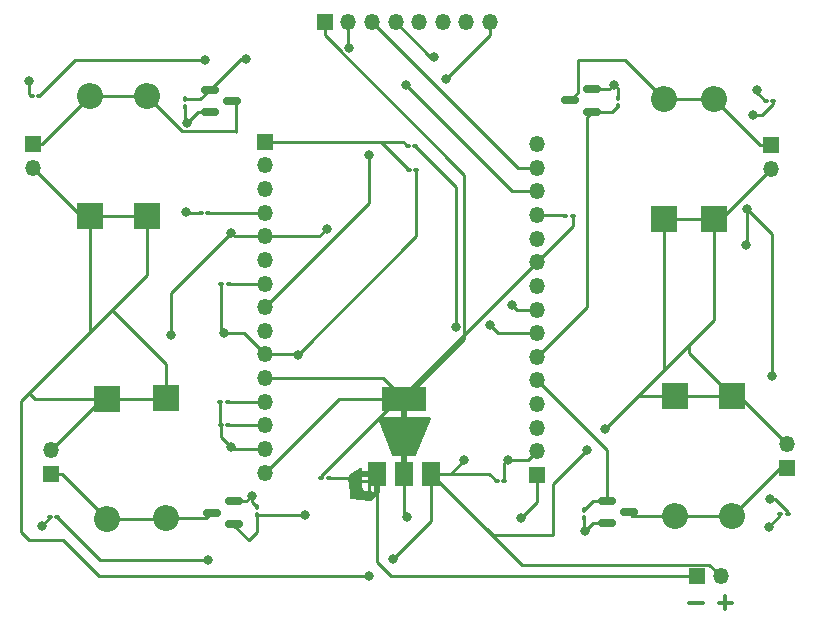
<source format=gbr>
%TF.GenerationSoftware,KiCad,Pcbnew,(6.0.1)*%
%TF.CreationDate,2023-01-18T20:59:41+05:30*%
%TF.ProjectId,drone,64726f6e-652e-46b6-9963-61645f706362,rev?*%
%TF.SameCoordinates,Original*%
%TF.FileFunction,Copper,L1,Top*%
%TF.FilePolarity,Positive*%
%FSLAX46Y46*%
G04 Gerber Fmt 4.6, Leading zero omitted, Abs format (unit mm)*
G04 Created by KiCad (PCBNEW (6.0.1)) date 2023-01-18 20:59:41*
%MOMM*%
%LPD*%
G01*
G04 APERTURE LIST*
G04 Aperture macros list*
%AMRoundRect*
0 Rectangle with rounded corners*
0 $1 Rounding radius*
0 $2 $3 $4 $5 $6 $7 $8 $9 X,Y pos of 4 corners*
0 Add a 4 corners polygon primitive as box body*
4,1,4,$2,$3,$4,$5,$6,$7,$8,$9,$2,$3,0*
0 Add four circle primitives for the rounded corners*
1,1,$1+$1,$2,$3*
1,1,$1+$1,$4,$5*
1,1,$1+$1,$6,$7*
1,1,$1+$1,$8,$9*
0 Add four rect primitives between the rounded corners*
20,1,$1+$1,$2,$3,$4,$5,0*
20,1,$1+$1,$4,$5,$6,$7,0*
20,1,$1+$1,$6,$7,$8,$9,0*
20,1,$1+$1,$8,$9,$2,$3,0*%
G04 Aperture macros list end*
%ADD10C,0.300000*%
%TA.AperFunction,NonConductor*%
%ADD11C,0.300000*%
%TD*%
%TA.AperFunction,ComponentPad*%
%ADD12R,2.200000X2.200000*%
%TD*%
%TA.AperFunction,ComponentPad*%
%ADD13O,2.200000X2.200000*%
%TD*%
%TA.AperFunction,SMDPad,CuDef*%
%ADD14RoundRect,0.100000X0.100000X-0.130000X0.100000X0.130000X-0.100000X0.130000X-0.100000X-0.130000X0*%
%TD*%
%TA.AperFunction,SMDPad,CuDef*%
%ADD15R,1.500000X2.000000*%
%TD*%
%TA.AperFunction,SMDPad,CuDef*%
%ADD16R,3.800000X2.000000*%
%TD*%
%TA.AperFunction,SMDPad,CuDef*%
%ADD17RoundRect,0.150000X0.587500X0.150000X-0.587500X0.150000X-0.587500X-0.150000X0.587500X-0.150000X0*%
%TD*%
%TA.AperFunction,SMDPad,CuDef*%
%ADD18RoundRect,0.100000X-0.130000X-0.100000X0.130000X-0.100000X0.130000X0.100000X-0.130000X0.100000X0*%
%TD*%
%TA.AperFunction,SMDPad,CuDef*%
%ADD19RoundRect,0.150000X-0.587500X-0.150000X0.587500X-0.150000X0.587500X0.150000X-0.587500X0.150000X0*%
%TD*%
%TA.AperFunction,ComponentPad*%
%ADD20R,1.350000X1.350000*%
%TD*%
%TA.AperFunction,ComponentPad*%
%ADD21O,1.350000X1.350000*%
%TD*%
%TA.AperFunction,SMDPad,CuDef*%
%ADD22RoundRect,0.100000X0.130000X0.100000X-0.130000X0.100000X-0.130000X-0.100000X0.130000X-0.100000X0*%
%TD*%
%TA.AperFunction,SMDPad,CuDef*%
%ADD23RoundRect,0.100000X-0.100000X0.130000X-0.100000X-0.130000X0.100000X-0.130000X0.100000X0.130000X0*%
%TD*%
%TA.AperFunction,ViaPad*%
%ADD24C,0.800000*%
%TD*%
%TA.AperFunction,Conductor*%
%ADD25C,0.250000*%
%TD*%
G04 APERTURE END LIST*
D10*
D11*
X192803571Y-106007142D02*
X193946428Y-106007142D01*
X193375000Y-106578571D02*
X193375000Y-105435714D01*
D10*
D11*
X190303571Y-106007142D02*
X191446428Y-106007142D01*
D12*
%TO.P,D4,1,K*%
%TO.N,BAT+*%
X192375000Y-73525000D03*
D13*
%TO.P,D4,2,A*%
%TO.N,Net-(D4-Pad2)*%
X192375000Y-63365000D03*
%TD*%
D14*
%TO.P,R2,1*%
%TO.N,PWM{slash}M2{slash}D6*%
X153700000Y-98570000D03*
%TO.P,R2,2*%
%TO.N,GND*%
X153700000Y-97930000D03*
%TD*%
D15*
%TO.P,U1,3,VI*%
%TO.N,BAT+*%
X168475000Y-95100000D03*
D16*
%TO.P,U1,2,VO*%
%TO.N,+3V3*%
X166175000Y-88800000D03*
D15*
X166175000Y-95100000D03*
%TO.P,U1,1,GND*%
%TO.N,GND*%
X163875000Y-95100000D03*
%TD*%
D13*
%TO.P,z1,2,A*%
%TO.N,Net-(Q1-Pad3)*%
X144375000Y-63120000D03*
D12*
%TO.P,z1,1,K*%
%TO.N,BAT+*%
X144375000Y-73280000D03*
%TD*%
D17*
%TO.P,Q2,1,G*%
%TO.N,PWM{slash}M2{slash}D6*%
X151762500Y-99350000D03*
%TO.P,Q2,2,S*%
%TO.N,GND*%
X151762500Y-97450000D03*
%TO.P,Q2,3,D*%
%TO.N,Net-(D2-Pad2)*%
X149887500Y-98400000D03*
%TD*%
D18*
%TO.P,LED1,1,K*%
%TO.N,GND*%
X134660000Y-63150000D03*
%TO.P,LED1,2,A*%
%TO.N,LED{slash}D12*%
X135300000Y-63150000D03*
%TD*%
%TO.P,LED2,1,K*%
%TO.N,GND*%
X198022500Y-98550000D03*
%TO.P,LED2,2,A*%
%TO.N,LED{slash}D12*%
X198662500Y-98550000D03*
%TD*%
D19*
%TO.P,Q1,1,G*%
%TO.N,PWM{slash}M1{slash}D5*%
X149737500Y-62600000D03*
%TO.P,Q1,2,S*%
%TO.N,GND*%
X149737500Y-64500000D03*
%TO.P,Q1,3,D*%
%TO.N,Net-(Q1-Pad3)*%
X151612500Y-63550000D03*
%TD*%
D20*
%TO.P,motor-1,1,Pin_1*%
%TO.N,Net-(Q1-Pad3)*%
X134750000Y-67175000D03*
D21*
%TO.P,motor-1,2,Pin_2*%
%TO.N,BAT+*%
X134750000Y-69175000D03*
%TD*%
D20*
%TO.P,motor-4,1,Pin_1*%
%TO.N,Net-(D4-Pad2)*%
X197225000Y-67295000D03*
D21*
%TO.P,motor-4,2,Pin_2*%
%TO.N,BAT+*%
X197225000Y-69295000D03*
%TD*%
D18*
%TO.P,R12,1*%
%TO.N,GND*%
X150680000Y-79000000D03*
%TO.P,R12,2*%
%TO.N,Net-(R12-Pad2)*%
X151320000Y-79000000D03*
%TD*%
D21*
%TO.P,battery-1,2,Pin_2*%
%TO.N,BAT+*%
X192975000Y-103800000D03*
D20*
%TO.P,battery-1,1,Pin_1*%
%TO.N,GND*%
X190975000Y-103800000D03*
%TD*%
D22*
%TO.P,R9,1*%
%TO.N,BAT+*%
X167115000Y-67375000D03*
%TO.P,R9,2*%
%TO.N,ADC*%
X166475000Y-67375000D03*
%TD*%
D18*
%TO.P,R7,1*%
%TO.N,GND*%
X150630000Y-91000000D03*
%TO.P,R7,2*%
%TO.N,Net-(R7-Pad2)*%
X151270000Y-91000000D03*
%TD*%
D23*
%TO.P,R1,1*%
%TO.N,PWM{slash}M1{slash}D5*%
X147600000Y-63405000D03*
%TO.P,R1,2*%
%TO.N,GND*%
X147600000Y-64045000D03*
%TD*%
D12*
%TO.P,D1,1,K*%
%TO.N,BAT+*%
X139550000Y-73280000D03*
D13*
%TO.P,D1,2,A*%
%TO.N,Net-(Q1-Pad3)*%
X139550000Y-63120000D03*
%TD*%
D19*
%TO.P,Q3,1,G*%
%TO.N,PWM{slash}M3{slash}D8*%
X183312500Y-97400000D03*
%TO.P,Q3,2,S*%
%TO.N,GND*%
X183312500Y-99300000D03*
%TO.P,Q3,3,D*%
%TO.N,Net-(D3-Pad2)*%
X185187500Y-98350000D03*
%TD*%
D23*
%TO.P,R3,1*%
%TO.N,PWM{slash}M3{slash}D8*%
X181400000Y-98180000D03*
%TO.P,R3,2*%
%TO.N,GND*%
X181400000Y-98820000D03*
%TD*%
D12*
%TO.P,D3,1,K*%
%TO.N,BAT+*%
X193950000Y-88520000D03*
D13*
%TO.P,D3,2,A*%
%TO.N,Net-(D3-Pad2)*%
X193950000Y-98680000D03*
%TD*%
D12*
%TO.P,D2,1,K*%
%TO.N,BAT+*%
X141025000Y-88795000D03*
D13*
%TO.P,D2,2,A*%
%TO.N,Net-(D2-Pad2)*%
X141025000Y-98955000D03*
%TD*%
D14*
%TO.P,R4,1*%
%TO.N,PWM{slash}M4{slash}D7*%
X184250000Y-63965000D03*
%TO.P,R4,2*%
%TO.N,GND*%
X184250000Y-63325000D03*
%TD*%
D13*
%TO.P,z4,2,A*%
%TO.N,Net-(D4-Pad2)*%
X188175000Y-63390000D03*
D12*
%TO.P,z4,1,K*%
%TO.N,BAT+*%
X188175000Y-73550000D03*
%TD*%
D18*
%TO.P,LED4,2,A*%
%TO.N,LED{slash}D12*%
X197420000Y-63570000D03*
%TO.P,LED4,1,K*%
%TO.N,GND*%
X196780000Y-63570000D03*
%TD*%
D20*
%TO.P,rightIfAntennaOnTop1,1,Pin_1*%
%TO.N,+3V3*%
X177400000Y-95200000D03*
D21*
%TO.P,rightIfAntennaOnTop1,2,Pin_2*%
%TO.N,GND*%
X177400000Y-93200000D03*
%TO.P,rightIfAntennaOnTop1,3,Pin_3*%
%TO.N,unconnected-(rightIfAntennaOnTop1-Pad3)*%
X177400000Y-91200000D03*
%TO.P,rightIfAntennaOnTop1,4,Pin_4*%
%TO.N,unconnected-(rightIfAntennaOnTop1-Pad4)*%
X177400000Y-89200000D03*
%TO.P,rightIfAntennaOnTop1,5,Pin_5*%
%TO.N,PWM{slash}M3{slash}D8*%
X177400000Y-87200000D03*
%TO.P,rightIfAntennaOnTop1,6,Pin_6*%
%TO.N,PWM{slash}M4{slash}D7*%
X177400000Y-85200000D03*
%TO.P,rightIfAntennaOnTop1,7,Pin_7*%
%TO.N,PWM{slash}M2{slash}D6*%
X177400000Y-83200000D03*
%TO.P,rightIfAntennaOnTop1,8,Pin_8*%
%TO.N,PWM{slash}M1{slash}D5*%
X177400000Y-81200000D03*
%TO.P,rightIfAntennaOnTop1,9,Pin_9*%
%TO.N,GND*%
X177400000Y-79200000D03*
%TO.P,rightIfAntennaOnTop1,10,Pin_10*%
%TO.N,+3V3*%
X177400000Y-77200000D03*
%TO.P,rightIfAntennaOnTop1,11,Pin_11*%
%TO.N,unconnected-(rightIfAntennaOnTop1-Pad11)*%
X177400000Y-75200000D03*
%TO.P,rightIfAntennaOnTop1,12,Pin_12*%
%TO.N,Net-(R5-Pad1)*%
X177400000Y-73200000D03*
%TO.P,rightIfAntennaOnTop1,13,Pin_13*%
%TO.N,SDA*%
X177400000Y-71200000D03*
%TO.P,rightIfAntennaOnTop1,14,Pin_14*%
%TO.N,SCL*%
X177400000Y-69200000D03*
%TO.P,rightIfAntennaOnTop1,15,Pin_15*%
%TO.N,unconnected-(rightIfAntennaOnTop1-Pad15)*%
X177400000Y-67200000D03*
%TD*%
D20*
%TO.P,MPU1,1,Pin_1*%
%TO.N,+3V3*%
X159450000Y-56875000D03*
D21*
%TO.P,MPU1,2,Pin_2*%
%TO.N,GND*%
X161450000Y-56875000D03*
%TO.P,MPU1,3,Pin_3*%
%TO.N,SCL*%
X163450000Y-56875000D03*
%TO.P,MPU1,4,Pin_4*%
%TO.N,SDA*%
X165450000Y-56875000D03*
%TO.P,MPU1,5,Pin_5*%
%TO.N,unconnected-(MPU1-Pad5)*%
X167450000Y-56875000D03*
%TO.P,MPU1,6,Pin_6*%
%TO.N,unconnected-(MPU1-Pad6)*%
X169450000Y-56875000D03*
%TO.P,MPU1,7,Pin_7*%
%TO.N,unconnected-(MPU1-Pad7)*%
X171450000Y-56875000D03*
%TO.P,MPU1,8,Pin_8*%
%TO.N,INT*%
X173450000Y-56875000D03*
%TD*%
D18*
%TO.P,R8,1*%
%TO.N,GND*%
X150605000Y-89000000D03*
%TO.P,R8,2*%
%TO.N,Net-(R8-Pad2)*%
X151245000Y-89000000D03*
%TD*%
D12*
%TO.P,z3,1,K*%
%TO.N,BAT+*%
X189075000Y-88495000D03*
D13*
%TO.P,z3,2,A*%
%TO.N,Net-(D3-Pad2)*%
X189075000Y-98655000D03*
%TD*%
D20*
%TO.P,motor-2,1,Pin_1*%
%TO.N,Net-(D2-Pad2)*%
X136275000Y-95100000D03*
D21*
%TO.P,motor-2,2,Pin_2*%
%TO.N,BAT+*%
X136275000Y-93100000D03*
%TD*%
D18*
%TO.P,R10,1*%
%TO.N,ADC*%
X166580000Y-69400000D03*
%TO.P,R10,2*%
%TO.N,GND*%
X167220000Y-69400000D03*
%TD*%
%TO.P,C1,1*%
%TO.N,BAT+*%
X174030000Y-95750000D03*
%TO.P,C1,2*%
%TO.N,GND*%
X174670000Y-95750000D03*
%TD*%
D17*
%TO.P,Q4,1,G*%
%TO.N,PWM{slash}M4{slash}D7*%
X182112500Y-64450000D03*
%TO.P,Q4,2,S*%
%TO.N,GND*%
X182112500Y-62550000D03*
%TO.P,Q4,3,D*%
%TO.N,Net-(D4-Pad2)*%
X180237500Y-63500000D03*
%TD*%
D20*
%TO.P,motor-3,1,Pin_1*%
%TO.N,Net-(D3-Pad2)*%
X198575000Y-94600000D03*
D21*
%TO.P,motor-3,2,Pin_2*%
%TO.N,BAT+*%
X198575000Y-92600000D03*
%TD*%
D18*
%TO.P,LED5,1,K*%
%TO.N,GND*%
X148955000Y-73025000D03*
%TO.P,LED5,2,A*%
%TO.N,LED{slash}D13*%
X149595000Y-73025000D03*
%TD*%
%TO.P,R5,1*%
%TO.N,Net-(R5-Pad1)*%
X179830000Y-73300000D03*
%TO.P,R5,2*%
%TO.N,+3V3*%
X180470000Y-73300000D03*
%TD*%
D12*
%TO.P,z2,1,K*%
%TO.N,BAT+*%
X146050000Y-88715000D03*
D13*
%TO.P,z2,2,A*%
%TO.N,Net-(D2-Pad2)*%
X146050000Y-98875000D03*
%TD*%
D20*
%TO.P,leftIfAntennaOnTop1,1,Pin_1*%
%TO.N,ADC*%
X154425000Y-67000000D03*
D21*
%TO.P,leftIfAntennaOnTop1,2,Pin_2*%
%TO.N,unconnected-(leftIfAntennaOnTop1-Pad2)*%
X154425000Y-69000000D03*
%TO.P,leftIfAntennaOnTop1,3,Pin_3*%
%TO.N,unconnected-(leftIfAntennaOnTop1-Pad3)*%
X154425000Y-71000000D03*
%TO.P,leftIfAntennaOnTop1,4,Pin_4*%
%TO.N,LED{slash}D13*%
X154425000Y-73000000D03*
%TO.P,leftIfAntennaOnTop1,5,Pin_5*%
%TO.N,LED{slash}D12*%
X154425000Y-75000000D03*
%TO.P,leftIfAntennaOnTop1,6,Pin_6*%
%TO.N,unconnected-(leftIfAntennaOnTop1-Pad6)*%
X154425000Y-77000000D03*
%TO.P,leftIfAntennaOnTop1,7,Pin_7*%
%TO.N,Net-(R12-Pad2)*%
X154425000Y-79000000D03*
%TO.P,leftIfAntennaOnTop1,8,Pin_8*%
%TO.N,INT*%
X154425000Y-81000000D03*
%TO.P,leftIfAntennaOnTop1,9,Pin_9*%
%TO.N,unconnected-(leftIfAntennaOnTop1-Pad9)*%
X154425000Y-83000000D03*
%TO.P,leftIfAntennaOnTop1,10,Pin_10*%
%TO.N,GND*%
X154425000Y-85000000D03*
%TO.P,leftIfAntennaOnTop1,11,Pin_11*%
%TO.N,+3V3*%
X154425000Y-87000000D03*
%TO.P,leftIfAntennaOnTop1,12,Pin_12*%
%TO.N,Net-(R8-Pad2)*%
X154425000Y-89000000D03*
%TO.P,leftIfAntennaOnTop1,13,Pin_13*%
%TO.N,Net-(R7-Pad2)*%
X154425000Y-91000000D03*
%TO.P,leftIfAntennaOnTop1,14,Pin_14*%
%TO.N,GND*%
X154425000Y-93000000D03*
%TO.P,leftIfAntennaOnTop1,15,Pin_15*%
%TO.N,+3V3*%
X154425000Y-95000000D03*
%TD*%
D18*
%TO.P,LED3,1,K*%
%TO.N,GND*%
X136180000Y-98750000D03*
%TO.P,LED3,2,A*%
%TO.N,LED{slash}D12*%
X136820000Y-98750000D03*
%TD*%
%TO.P,C2,1*%
%TO.N,+3V3*%
X159155000Y-95475000D03*
%TO.P,C2,2*%
%TO.N,GND*%
X159795000Y-95475000D03*
%TD*%
D24*
%TO.N,GND*%
X151500000Y-92825000D03*
%TO.N,LED{slash}D12*%
X149550000Y-102375000D03*
X146400000Y-83325000D03*
X149275000Y-60100000D03*
X151525000Y-74700000D03*
X195125000Y-75775000D03*
X159625000Y-74350000D03*
X195750000Y-64700000D03*
X195225000Y-72725000D03*
X197300000Y-86800000D03*
X197125000Y-97250000D03*
%TO.N,GND*%
X147675000Y-72975000D03*
X196075000Y-62600000D03*
X197025000Y-99575000D03*
X135475000Y-99500000D03*
X150950000Y-83225000D03*
X134425000Y-61875000D03*
X183925000Y-62150000D03*
%TO.N,BAT+*%
X183150000Y-91350000D03*
X181650000Y-93075000D03*
%TO.N,GND*%
X181525000Y-99925000D03*
%TO.N,BAT+*%
X163225000Y-103725000D03*
X165225000Y-102325000D03*
%TO.N,GND*%
X153275000Y-96975000D03*
%TO.N,PWM{slash}M2{slash}D6*%
X157800000Y-98625000D03*
X173475000Y-82525000D03*
%TO.N,PWM{slash}M1{slash}D5*%
X152775000Y-59975000D03*
X175300000Y-80775000D03*
%TO.N,GND*%
X147825000Y-65400000D03*
%TO.N,INT*%
X163225000Y-68100000D03*
X169750000Y-61650000D03*
%TO.N,SDA*%
X168675000Y-59825000D03*
X166350000Y-62225000D03*
%TO.N,GND*%
X161525000Y-59025000D03*
X157200000Y-85025000D03*
%TO.N,BAT+*%
X171275000Y-93975000D03*
X170525000Y-82675000D03*
%TO.N,+3V3*%
X166425000Y-98775000D03*
X176050000Y-98825000D03*
%TO.N,GND*%
X174950000Y-93925000D03*
X162050000Y-96800000D03*
X161975000Y-95700000D03*
X163225000Y-96875000D03*
%TD*%
D25*
%TO.N,PWM{slash}M2{slash}D6*%
X153000000Y-100725000D02*
X153700000Y-100025000D01*
X153700000Y-100025000D02*
X153700000Y-98570000D01*
X151762500Y-99487500D02*
X153000000Y-100725000D01*
X151762500Y-99350000D02*
X151762500Y-99487500D01*
%TO.N,GND*%
X150605000Y-90975000D02*
X150630000Y-91000000D01*
X150605000Y-89000000D02*
X150605000Y-90975000D01*
X150630000Y-91955000D02*
X151500000Y-92825000D01*
X150630000Y-91000000D02*
X150630000Y-91955000D01*
X151675000Y-93000000D02*
X151500000Y-92825000D01*
X154425000Y-93000000D02*
X151675000Y-93000000D01*
%TO.N,+3V3*%
X164375000Y-87000000D02*
X166175000Y-88800000D01*
X154425000Y-87000000D02*
X164375000Y-87000000D01*
%TO.N,LED{slash}D12*%
X149550000Y-102375000D02*
X140445000Y-102375000D01*
X140445000Y-102375000D02*
X136820000Y-98750000D01*
X146400000Y-79825000D02*
X146400000Y-83325000D01*
X151525000Y-74700000D02*
X146400000Y-79825000D01*
X138350000Y-60100000D02*
X135300000Y-63150000D01*
X151825000Y-75000000D02*
X151525000Y-74700000D01*
X149275000Y-60100000D02*
X138350000Y-60100000D01*
X154425000Y-75000000D02*
X151825000Y-75000000D01*
X195225000Y-75675000D02*
X195225000Y-72725000D01*
X195125000Y-75775000D02*
X195225000Y-75675000D01*
X158975000Y-75000000D02*
X159625000Y-74350000D01*
X154425000Y-75000000D02*
X158975000Y-75000000D01*
X196480361Y-64700000D02*
X197420000Y-63760361D01*
X195750000Y-64700000D02*
X196480361Y-64700000D01*
X197300000Y-74800000D02*
X195225000Y-72725000D01*
X197300000Y-86800000D02*
X197300000Y-74800000D01*
X197552861Y-97250000D02*
X197125000Y-97250000D01*
X198662500Y-98359639D02*
X197552861Y-97250000D01*
X198662500Y-98550000D02*
X198662500Y-98359639D01*
X197420000Y-63760361D02*
X197420000Y-63570000D01*
%TO.N,GND*%
X147725000Y-73025000D02*
X147675000Y-72975000D01*
X148955000Y-73025000D02*
X147725000Y-73025000D01*
X150680000Y-82955000D02*
X150950000Y-83225000D01*
X150680000Y-79000000D02*
X150680000Y-82955000D01*
X152650000Y-83225000D02*
X154425000Y-85000000D01*
X150950000Y-83225000D02*
X152650000Y-83225000D01*
X198022500Y-98577500D02*
X197025000Y-99575000D01*
X198022500Y-98550000D02*
X198022500Y-98577500D01*
X136180000Y-98795000D02*
X135475000Y-99500000D01*
X136180000Y-98750000D02*
X136180000Y-98795000D01*
X134425000Y-61875000D02*
X134425000Y-62915000D01*
X134425000Y-62915000D02*
X134660000Y-63150000D01*
X196075000Y-62865000D02*
X196780000Y-63570000D01*
X196075000Y-62600000D02*
X196075000Y-62865000D01*
%TO.N,BAT+*%
X188200000Y-73525000D02*
X188175000Y-73550000D01*
X192375000Y-73525000D02*
X188200000Y-73525000D01*
X192995000Y-73525000D02*
X192375000Y-73525000D01*
X197225000Y-69295000D02*
X192995000Y-73525000D01*
%TO.N,Net-(D4-Pad2)*%
X196305000Y-67295000D02*
X197225000Y-67295000D01*
X192375000Y-63365000D02*
X196305000Y-67295000D01*
X188175000Y-63390000D02*
X192350000Y-63390000D01*
X192350000Y-63390000D02*
X192375000Y-63365000D01*
X184860000Y-60075000D02*
X188175000Y-63390000D01*
X180900000Y-60075000D02*
X184860000Y-60075000D01*
X180900000Y-62837500D02*
X180900000Y-60075000D01*
X180237500Y-63500000D02*
X180900000Y-62837500D01*
%TO.N,GND*%
X184250000Y-62475000D02*
X183925000Y-62150000D01*
X184250000Y-63325000D02*
X184250000Y-62475000D01*
X183525000Y-62550000D02*
X183925000Y-62150000D01*
X182112500Y-62550000D02*
X183525000Y-62550000D01*
%TO.N,PWM{slash}M4{slash}D7*%
X182112500Y-64450000D02*
X183765000Y-64450000D01*
X183765000Y-64450000D02*
X184250000Y-63965000D01*
%TO.N,BAT+*%
X190275000Y-84845000D02*
X190275000Y-84225000D01*
X193950000Y-88520000D02*
X190275000Y-84845000D01*
X190275000Y-84225000D02*
X192375000Y-82125000D01*
X183150000Y-91350000D02*
X190275000Y-84225000D01*
X192375000Y-82125000D02*
X192375000Y-73525000D01*
X188175000Y-86325000D02*
X188175000Y-73550000D01*
X183150000Y-91350000D02*
X188175000Y-86325000D01*
X186005000Y-88495000D02*
X189075000Y-88495000D01*
X178750000Y-95975000D02*
X181650000Y-93075000D01*
X173700000Y-100325000D02*
X178750000Y-100325000D01*
X168475000Y-95100000D02*
X173700000Y-100325000D01*
X178750000Y-100325000D02*
X178750000Y-95975000D01*
X183150000Y-91350000D02*
X186005000Y-88495000D01*
%TO.N,+3V3*%
X180470000Y-73300000D02*
X180470000Y-74130000D01*
X180470000Y-74130000D02*
X177400000Y-77200000D01*
%TO.N,Net-(R5-Pad1)*%
X179730000Y-73200000D02*
X179830000Y-73300000D01*
X177400000Y-73200000D02*
X179730000Y-73200000D01*
%TO.N,PWM{slash}M4{slash}D7*%
X181649520Y-64912980D02*
X182112500Y-64450000D01*
X181649520Y-80950480D02*
X181649520Y-64912980D01*
X177400000Y-85200000D02*
X181649520Y-80950480D01*
%TO.N,PWM{slash}M3{slash}D8*%
X183312500Y-93112500D02*
X183312500Y-97400000D01*
X177400000Y-87200000D02*
X183312500Y-93112500D01*
%TO.N,GND*%
X182150000Y-99300000D02*
X181525000Y-99925000D01*
X183312500Y-99300000D02*
X182150000Y-99300000D01*
X181400000Y-99800000D02*
X181525000Y-99925000D01*
X181400000Y-98820000D02*
X181400000Y-99800000D01*
%TO.N,BAT+*%
X193925000Y-88495000D02*
X193950000Y-88520000D01*
X189075000Y-88495000D02*
X193925000Y-88495000D01*
X194495000Y-88520000D02*
X193950000Y-88520000D01*
X198575000Y-92600000D02*
X194495000Y-88520000D01*
%TO.N,Net-(D3-Pad2)*%
X198030000Y-94600000D02*
X198575000Y-94600000D01*
X193950000Y-98680000D02*
X198030000Y-94600000D01*
X189100000Y-98680000D02*
X189075000Y-98655000D01*
X193950000Y-98680000D02*
X189100000Y-98680000D01*
X185492500Y-98655000D02*
X189075000Y-98655000D01*
X185187500Y-98350000D02*
X185492500Y-98655000D01*
%TO.N,PWM{slash}M3{slash}D8*%
X182180000Y-97400000D02*
X181400000Y-98180000D01*
X183312500Y-97400000D02*
X182180000Y-97400000D01*
%TO.N,BAT+*%
X146050000Y-85800000D02*
X141450000Y-81200000D01*
X146050000Y-88715000D02*
X146050000Y-85800000D01*
X141450000Y-81200000D02*
X144375000Y-78275000D01*
X139550000Y-83100000D02*
X141450000Y-81200000D01*
X134920000Y-88795000D02*
X134387500Y-88262500D01*
X141025000Y-88795000D02*
X134920000Y-88795000D01*
X134387500Y-88262500D02*
X139550000Y-83100000D01*
X133725000Y-88925000D02*
X134387500Y-88262500D01*
X144375000Y-78275000D02*
X144375000Y-73280000D01*
X139550000Y-83100000D02*
X139550000Y-73280000D01*
X133725000Y-100075000D02*
X133725000Y-88925000D01*
X134375000Y-100725000D02*
X133725000Y-100075000D01*
X137324639Y-100725000D02*
X134375000Y-100725000D01*
X163225000Y-103725000D02*
X140324639Y-103725000D01*
X140324639Y-103725000D02*
X137324639Y-100725000D01*
X168475000Y-99075000D02*
X165225000Y-102325000D01*
X168475000Y-95100000D02*
X168475000Y-99075000D01*
X141025000Y-88795000D02*
X145970000Y-88795000D01*
X145970000Y-88795000D02*
X146050000Y-88715000D01*
X140580000Y-88795000D02*
X141025000Y-88795000D01*
X136275000Y-93100000D02*
X140580000Y-88795000D01*
%TO.N,Net-(D2-Pad2)*%
X137170000Y-95100000D02*
X141025000Y-98955000D01*
X136275000Y-95100000D02*
X137170000Y-95100000D01*
X145970000Y-98955000D02*
X146050000Y-98875000D01*
X141025000Y-98955000D02*
X145970000Y-98955000D01*
X149412500Y-98875000D02*
X149887500Y-98400000D01*
X146050000Y-98875000D02*
X149412500Y-98875000D01*
%TO.N,GND*%
X153275000Y-97505000D02*
X153700000Y-97930000D01*
X153275000Y-96975000D02*
X153275000Y-97505000D01*
X152800000Y-97450000D02*
X153275000Y-96975000D01*
X151762500Y-97450000D02*
X152800000Y-97450000D01*
%TO.N,PWM{slash}M2{slash}D6*%
X153755000Y-98625000D02*
X153700000Y-98570000D01*
X157800000Y-98625000D02*
X153755000Y-98625000D01*
X174150000Y-83200000D02*
X173475000Y-82525000D01*
X177400000Y-83200000D02*
X174150000Y-83200000D01*
%TO.N,PWM{slash}M1{slash}D5*%
X152362500Y-59975000D02*
X149737500Y-62600000D01*
X152775000Y-59975000D02*
X152362500Y-59975000D01*
X175725000Y-81200000D02*
X175300000Y-80775000D01*
X177400000Y-81200000D02*
X175725000Y-81200000D01*
%TO.N,BAT+*%
X139550000Y-73280000D02*
X144375000Y-73280000D01*
X138855000Y-73280000D02*
X139550000Y-73280000D01*
X134750000Y-69175000D02*
X138855000Y-73280000D01*
%TO.N,Net-(Q1-Pad3)*%
X135495000Y-67175000D02*
X139550000Y-63120000D01*
X134750000Y-67175000D02*
X135495000Y-67175000D01*
X139550000Y-63120000D02*
X144375000Y-63120000D01*
X151900000Y-63837500D02*
X151612500Y-63550000D01*
X147379511Y-66124511D02*
X151899511Y-66124511D01*
X151899511Y-66124511D02*
X151900000Y-66125000D01*
X144375000Y-63120000D02*
X147379511Y-66124511D01*
X151900000Y-66125000D02*
X151900000Y-63837500D01*
%TO.N,PWM{slash}M1{slash}D5*%
X148932500Y-63405000D02*
X149737500Y-62600000D01*
X147600000Y-63405000D02*
X148932500Y-63405000D01*
%TO.N,GND*%
X148725000Y-64500000D02*
X147825000Y-65400000D01*
X149737500Y-64500000D02*
X148725000Y-64500000D01*
X147600000Y-65175000D02*
X147825000Y-65400000D01*
X147600000Y-64045000D02*
X147600000Y-65175000D01*
%TO.N,Net-(R7-Pad2)*%
X151270000Y-91000000D02*
X154425000Y-91000000D01*
%TO.N,Net-(R8-Pad2)*%
X151245000Y-89000000D02*
X154425000Y-89000000D01*
%TO.N,Net-(R12-Pad2)*%
X151320000Y-79000000D02*
X154425000Y-79000000D01*
%TO.N,LED{slash}D13*%
X149620000Y-73000000D02*
X154425000Y-73000000D01*
X149595000Y-73025000D02*
X149620000Y-73000000D01*
%TO.N,INT*%
X163225000Y-68100000D02*
X163225000Y-72200000D01*
X173450000Y-57950000D02*
X169750000Y-61650000D01*
X163225000Y-72200000D02*
X154425000Y-81000000D01*
X173450000Y-56875000D02*
X173450000Y-57950000D01*
%TO.N,SDA*%
X168675000Y-59825000D02*
X168400000Y-59825000D01*
X168400000Y-59825000D02*
X165450000Y-56875000D01*
X177400000Y-71200000D02*
X175325000Y-71200000D01*
X175325000Y-71200000D02*
X166350000Y-62225000D01*
%TO.N,SCL*%
X175775000Y-69200000D02*
X163450000Y-56875000D01*
X177400000Y-69200000D02*
X175775000Y-69200000D01*
%TO.N,+3V3*%
X171249511Y-83725489D02*
X166175000Y-88800000D01*
X171249511Y-69774125D02*
X171249511Y-83725489D01*
X159450000Y-56875000D02*
X159450000Y-57974614D01*
X159450000Y-57974614D02*
X171249511Y-69774125D01*
%TO.N,GND*%
X161450000Y-58950000D02*
X161525000Y-59025000D01*
X161450000Y-56875000D02*
X161450000Y-58950000D01*
X167220000Y-75005000D02*
X157200000Y-85025000D01*
X167220000Y-69400000D02*
X167220000Y-75005000D01*
X157175000Y-85000000D02*
X157200000Y-85025000D01*
X154425000Y-85000000D02*
X157175000Y-85000000D01*
%TO.N,ADC*%
X164180000Y-67000000D02*
X154425000Y-67000000D01*
X166580000Y-69400000D02*
X164180000Y-67000000D01*
X166100000Y-67000000D02*
X166475000Y-67375000D01*
X154425000Y-67000000D02*
X166100000Y-67000000D01*
%TO.N,BAT+*%
X170150000Y-95100000D02*
X168475000Y-95100000D01*
X171275000Y-93975000D02*
X170150000Y-95100000D01*
X170525000Y-70785000D02*
X170525000Y-82675000D01*
X167115000Y-67375000D02*
X170525000Y-70785000D01*
%TO.N,GND*%
X161750000Y-95475000D02*
X161975000Y-95700000D01*
X159795000Y-95475000D02*
X161750000Y-95475000D01*
%TO.N,+3V3*%
X165639639Y-88800000D02*
X166175000Y-88800000D01*
X159155000Y-95284639D02*
X165639639Y-88800000D01*
X159155000Y-95475000D02*
X159155000Y-95284639D01*
X154425000Y-95000000D02*
X160625000Y-88800000D01*
X160625000Y-88800000D02*
X166175000Y-88800000D01*
X166425000Y-98775000D02*
X166175000Y-98525000D01*
X177400000Y-97475000D02*
X176050000Y-98825000D01*
X166175000Y-98525000D02*
X166175000Y-95100000D01*
X177400000Y-95200000D02*
X177400000Y-97475000D01*
X166175000Y-88425000D02*
X177400000Y-77200000D01*
X166175000Y-88800000D02*
X166175000Y-88425000D01*
%TO.N,GND*%
X174950000Y-93925000D02*
X176675000Y-93925000D01*
X176675000Y-93925000D02*
X177400000Y-93200000D01*
X174670000Y-94205000D02*
X174950000Y-93925000D01*
X174670000Y-95750000D02*
X174670000Y-94205000D01*
%TO.N,BAT+*%
X173380000Y-95100000D02*
X168475000Y-95100000D01*
X174030000Y-95750000D02*
X173380000Y-95100000D01*
%TO.N,GND*%
X163225000Y-95750000D02*
X163875000Y-95100000D01*
X163225000Y-96875000D02*
X163225000Y-95750000D01*
X163275000Y-95700000D02*
X163875000Y-95100000D01*
X161975000Y-95700000D02*
X163275000Y-95700000D01*
X163150000Y-96800000D02*
X163225000Y-96875000D01*
X162050000Y-96800000D02*
X163150000Y-96800000D01*
X161975000Y-95700000D02*
X161975000Y-96725000D01*
X161975000Y-96725000D02*
X162050000Y-96800000D01*
X163875000Y-102575000D02*
X163875000Y-95100000D01*
X165100000Y-103800000D02*
X163875000Y-102575000D01*
X190975000Y-103800000D02*
X165100000Y-103800000D01*
%TO.N,+3V3*%
X166175000Y-95100000D02*
X166175000Y-88800000D01*
%TO.N,BAT+*%
X191975489Y-102800489D02*
X192975000Y-103800000D01*
X168475000Y-95100000D02*
X176175489Y-102800489D01*
X176175489Y-102800489D02*
X191975489Y-102800489D01*
%TD*%
%TA.AperFunction,Conductor*%
%TO.N,+3V3*%
G36*
X166371121Y-88566002D02*
G01*
X166417614Y-88619658D01*
X166429000Y-88672000D01*
X166429000Y-90289884D01*
X166433475Y-90305123D01*
X166434865Y-90306328D01*
X166442548Y-90307999D01*
X168119669Y-90307999D01*
X168126490Y-90307629D01*
X168177352Y-90302105D01*
X168192603Y-90298479D01*
X168246572Y-90278247D01*
X168317379Y-90273064D01*
X168379748Y-90306985D01*
X168413878Y-90369240D01*
X168407790Y-90443024D01*
X167175925Y-93522687D01*
X167132054Y-93578507D01*
X167064969Y-93601748D01*
X167029787Y-93598474D01*
X167027350Y-93597894D01*
X166976486Y-93592369D01*
X166969672Y-93592000D01*
X166447115Y-93592000D01*
X166431876Y-93596475D01*
X166430671Y-93597865D01*
X166429000Y-93605548D01*
X166429000Y-95228000D01*
X166408998Y-95296121D01*
X166355342Y-95342614D01*
X166303000Y-95354000D01*
X166047000Y-95354000D01*
X165978879Y-95333998D01*
X165932386Y-95280342D01*
X165921000Y-95228000D01*
X165921000Y-93610116D01*
X165916525Y-93594877D01*
X165915135Y-93593672D01*
X165907452Y-93592001D01*
X165380331Y-93592001D01*
X165373510Y-93592371D01*
X165322648Y-93597895D01*
X165302084Y-93602784D01*
X165231184Y-93599081D01*
X165173541Y-93557634D01*
X165155824Y-93526676D01*
X163933487Y-90446387D01*
X163924620Y-90401997D01*
X163924505Y-90395049D01*
X163943377Y-90326607D01*
X163996256Y-90279232D01*
X164066353Y-90267967D01*
X164094718Y-90274982D01*
X164157394Y-90298478D01*
X164172649Y-90302105D01*
X164223514Y-90307631D01*
X164230328Y-90308000D01*
X165902885Y-90308000D01*
X165918124Y-90303525D01*
X165919329Y-90302135D01*
X165921000Y-90294452D01*
X165921000Y-88672000D01*
X165941002Y-88603879D01*
X165994658Y-88557386D01*
X166047000Y-88546000D01*
X166303000Y-88546000D01*
X166371121Y-88566002D01*
G37*
%TD.AperFunction*%
%TD*%
%TA.AperFunction,Conductor*%
%TO.N,GND*%
G36*
X162555861Y-94605098D02*
G01*
X162603967Y-94657313D01*
X162617000Y-94713121D01*
X162617000Y-94827885D01*
X162621475Y-94843124D01*
X162622865Y-94844329D01*
X162630548Y-94846000D01*
X164003000Y-94846000D01*
X164071121Y-94866002D01*
X164117614Y-94919658D01*
X164129000Y-94972000D01*
X164129000Y-96579530D01*
X164108998Y-96647651D01*
X164092940Y-96667773D01*
X163393101Y-97381070D01*
X163331115Y-97415687D01*
X163288855Y-97418012D01*
X161703343Y-97236811D01*
X161637935Y-97209204D01*
X161597835Y-97150616D01*
X161592022Y-97121290D01*
X161555589Y-96647651D01*
X161516898Y-96144669D01*
X162617001Y-96144669D01*
X162617371Y-96151490D01*
X162622895Y-96202352D01*
X162626521Y-96217604D01*
X162671676Y-96338054D01*
X162680214Y-96353649D01*
X162756715Y-96455724D01*
X162769276Y-96468285D01*
X162871351Y-96544786D01*
X162886946Y-96553324D01*
X163007394Y-96598478D01*
X163022649Y-96602105D01*
X163073514Y-96607631D01*
X163080328Y-96608000D01*
X163602885Y-96607999D01*
X163618124Y-96603524D01*
X163619329Y-96602134D01*
X163621000Y-96594451D01*
X163621000Y-95372115D01*
X163616525Y-95356876D01*
X163615135Y-95355671D01*
X163607452Y-95354000D01*
X162635116Y-95354000D01*
X162619877Y-95358475D01*
X162618672Y-95359865D01*
X162617001Y-95367548D01*
X162617001Y-96144669D01*
X161516898Y-96144669D01*
X161455571Y-95347424D01*
X161470290Y-95277970D01*
X161509883Y-95233886D01*
X162045714Y-94866002D01*
X162419684Y-94609247D01*
X162487163Y-94587179D01*
X162555861Y-94605098D01*
G37*
%TD.AperFunction*%
%TD*%
M02*

</source>
